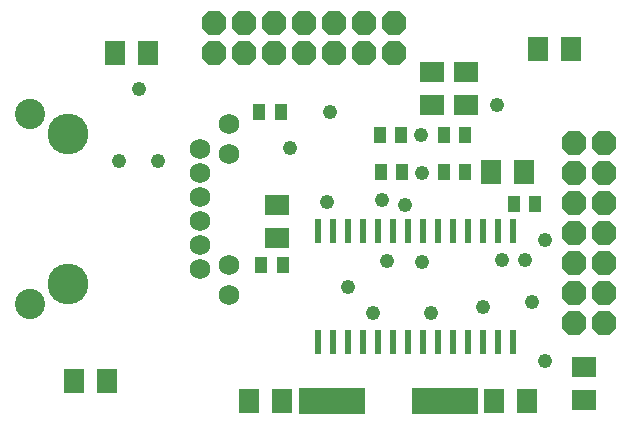
<source format=gbs>
G75*
G70*
%OFA0B0*%
%FSLAX24Y24*%
%IPPOS*%
%LPD*%
%AMOC8*
5,1,8,0,0,1.08239X$1,22.5*
%
%ADD10R,0.2245X0.0867*%
%ADD11OC8,0.0820*%
%ADD12R,0.0218X0.0789*%
%ADD13C,0.0682*%
%ADD14C,0.1007*%
%ADD15C,0.1360*%
%ADD16R,0.0789X0.0710*%
%ADD17R,0.0395X0.0552*%
%ADD18R,0.0710X0.0789*%
%ADD19C,0.0480*%
D10*
X013484Y001260D03*
X017224Y001260D03*
D11*
X021524Y003850D03*
X022524Y003850D03*
X022524Y004850D03*
X021524Y004850D03*
X021524Y005850D03*
X022524Y005850D03*
X022524Y006850D03*
X021524Y006850D03*
X021524Y007850D03*
X022524Y007850D03*
X022524Y008850D03*
X021524Y008850D03*
X021524Y009850D03*
X022524Y009850D03*
X015524Y012850D03*
X014524Y012850D03*
X013524Y012850D03*
X012524Y012850D03*
X011524Y012850D03*
X010524Y012850D03*
X009524Y012850D03*
X009524Y013850D03*
X010524Y013850D03*
X011524Y013850D03*
X012524Y013850D03*
X013524Y013850D03*
X014524Y013850D03*
X015524Y013850D03*
D12*
X015517Y006911D03*
X015017Y006911D03*
X014517Y006911D03*
X014017Y006911D03*
X013517Y006911D03*
X013017Y006911D03*
X016017Y006911D03*
X016517Y006911D03*
X017017Y006911D03*
X017517Y006911D03*
X018017Y006911D03*
X018517Y006911D03*
X019017Y006911D03*
X019517Y006911D03*
X019517Y003210D03*
X019017Y003210D03*
X018517Y003210D03*
X018017Y003210D03*
X017517Y003210D03*
X017017Y003210D03*
X016517Y003210D03*
X016017Y003210D03*
X015517Y003210D03*
X015017Y003210D03*
X014517Y003210D03*
X014017Y003210D03*
X013517Y003210D03*
X013017Y003210D03*
D13*
X010024Y004800D03*
X009056Y005646D03*
X010024Y005800D03*
X009056Y006446D03*
X009056Y007245D03*
X009056Y008044D03*
X009056Y008843D03*
X010024Y009489D03*
X009056Y009643D03*
X010024Y010489D03*
D14*
X003407Y010824D03*
X003407Y004473D03*
D15*
X004658Y005146D03*
X004658Y010146D03*
D16*
X011649Y007801D03*
X011649Y006699D03*
X016789Y011129D03*
X017949Y011124D03*
X017949Y012226D03*
X016789Y012231D03*
X021869Y002386D03*
X021869Y001284D03*
D17*
X011819Y005795D03*
X011110Y005795D03*
X015085Y008880D03*
X015794Y008880D03*
X017205Y008875D03*
X017914Y008875D03*
X019525Y007815D03*
X020234Y007815D03*
X017909Y010110D03*
X017200Y010110D03*
X015769Y010120D03*
X015060Y010120D03*
X011754Y010900D03*
X011045Y010900D03*
D18*
X004858Y001925D03*
X005961Y001925D03*
X010688Y001260D03*
X011791Y001260D03*
X018858Y001265D03*
X019961Y001265D03*
X019861Y008875D03*
X018758Y008875D03*
X020343Y012980D03*
X021446Y012980D03*
X007331Y012855D03*
X006228Y012855D03*
D19*
X007024Y011660D03*
X007664Y009240D03*
X006364Y009240D03*
X012064Y009690D03*
X013404Y010900D03*
X016444Y010120D03*
X016484Y008870D03*
X015134Y007950D03*
X015914Y007800D03*
X013314Y007900D03*
X015314Y005910D03*
X016484Y005890D03*
X018514Y004380D03*
X020134Y004550D03*
X019894Y005940D03*
X019124Y005950D03*
X020584Y006630D03*
X016784Y004180D03*
X014834Y004190D03*
X014004Y005050D03*
X020574Y002600D03*
X018954Y011120D03*
M02*

</source>
